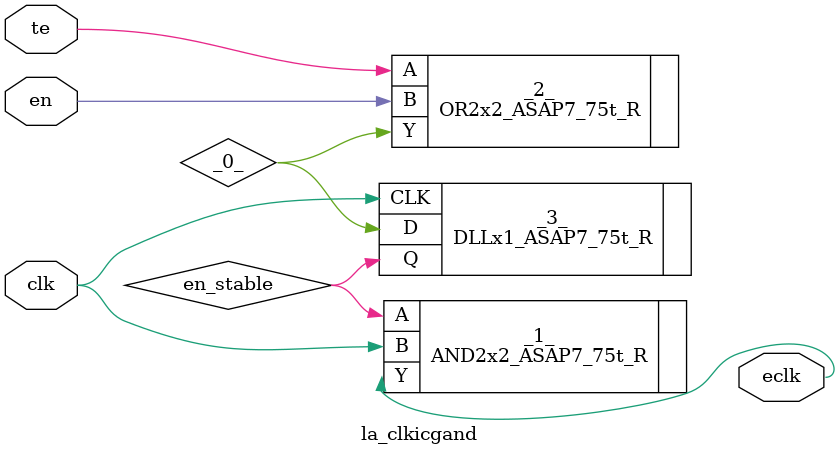
<source format=v>

/* Generated by Yosys 0.37 (git sha1 a5c7f69ed, clang 14.0.0-1ubuntu1.1 -fPIC -Os) */

module la_clkicgand(clk, te, en, eclk);
  wire _0_;
  input clk;
  wire clk;
  output eclk;
  wire eclk;
  input en;
  wire en;
  wire en_stable;
  input te;
  wire te;
  AND2x2_ASAP7_75t_R _1_ (
    .A(en_stable),
    .B(clk),
    .Y(eclk)
  );
  OR2x2_ASAP7_75t_R _2_ (
    .A(te),
    .B(en),
    .Y(_0_)
  );
  DLLx1_ASAP7_75t_R _3_ (
    .CLK(clk),
    .D(_0_),
    .Q(en_stable)
  );
endmodule

</source>
